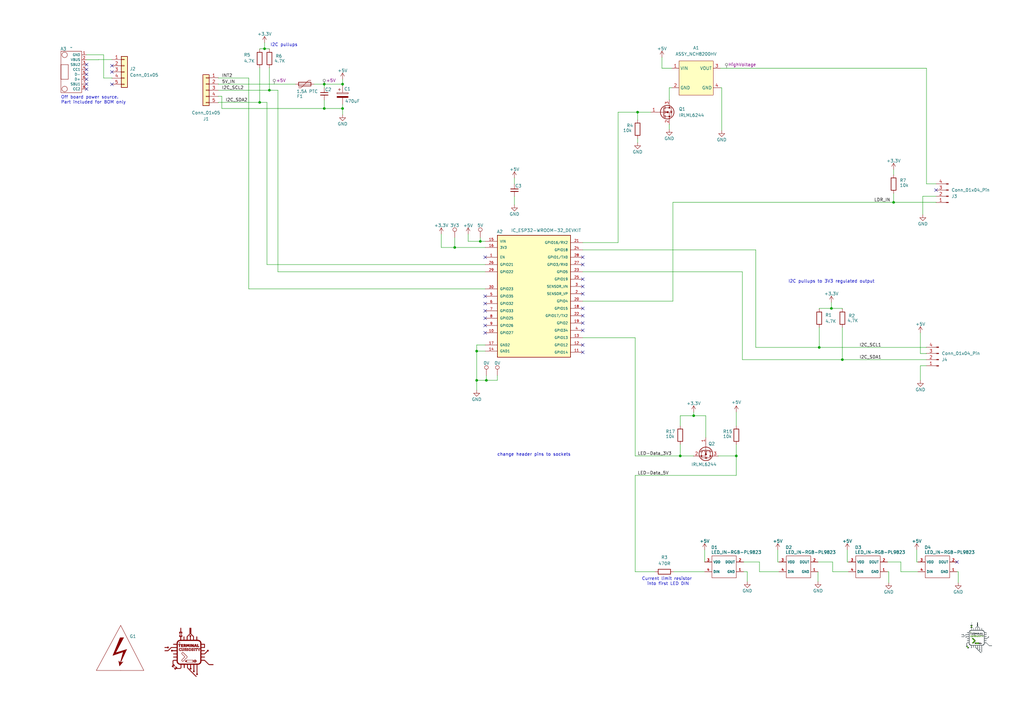
<source format=kicad_sch>
(kicad_sch (version 20250114) (generator "eeschema") (generator_version "9.0")
  (paper "A3")
  (title_block (title "Nixie Clock Control PCBA") (date "2025-07-16") (rev "01") (company "Terminal Curiosity"))
  (lib_symbols
    (symbol "Connector:Conn_01x04_Pin" (pin_names (offset 1.016) (hide yes))
      (property "Reference" "J" (at 0 5.08 0))
      (property "Value" "Conn_01x04_Pin" (at 0 -7.62 0))
      (symbol "Conn_01x04_Pin_1_1"
        (pin passive line (at 5.08 2.54 180) (length 3.81) (name "Pin_1") (number "1"))
        (pin passive line (at 5.08 0 180) (length 3.81) (name "Pin_2") (number "2"))
        (pin passive line (at 5.08 -2.54 180) (length 3.81) (name "Pin_3") (number "3"))
        (pin passive line (at 5.08 -5.08 180) (length 3.81) (name "Pin_4") (number "4"))
      )
    )
    (symbol "Connector:TestPoint" (pin_numbers (hide yes)) (pin_names (offset 0.762) (hide yes))
      (property "Reference" "TP" (at 0 6.858 0))
      (property "Value" "TestPoint" (at 0 5.08 0))
      (symbol "TestPoint_1_1"
        (pin passive line (at 0 0 90) (length 2.54) (name "1") (number "1"))
      )
    )
    (symbol "Connector_Generic:Conn_01x05" (pin_names (offset 1.016) (hide yes))
      (property "Reference" "J" (at 0 7.62 0))
      (property "Value" "Conn_01x05" (at 0 -7.62 0))
      (symbol "Conn_01x05_1_1"
        (pin passive line (at -5.08 5.08 0) (length 3.81) (name "Pin_1") (number "1"))
        (pin passive line (at -5.08 2.54 0) (length 3.81) (name "Pin_2") (number "2"))
        (pin passive line (at -5.08 0 0) (length 3.81) (name "Pin_3") (number "3"))
        (pin passive line (at -5.08 -2.54 0) (length 3.81) (name "Pin_4") (number "4"))
        (pin passive line (at -5.08 -5.08 0) (length 3.81) (name "Pin_5") (number "5"))
      )
    )
    (symbol "Device:C_Polarized" (pin_numbers (hide yes)) (pin_names (offset 0.254))
      (property "Reference" "C" (at 0.635 2.54 0))
      (property "Value" "C_Polarized" (at 0.635 -2.54 0))
      (symbol "C_Polarized_1_1"
        (pin passive line (at 0 3.81 270) (length 2.794) (name "~") (number "1"))
        (pin passive line (at 0 -3.81 90) (length 2.794) (name "~") (number "2"))
      )
    )
    (symbol "Device:C_Small" (pin_numbers (hide yes)) (pin_names (offset 0.254) (hide yes))
      (property "Reference" "C" (at 0.254 1.778 0))
      (property "Value" "C_Small" (at 0.254 -2.032 0))
      (symbol "C_Small_1_1"
        (pin passive line (at 0 2.54 270) (length 2.032) (name "~") (number "1"))
        (pin passive line (at 0 -2.54 90) (length 2.032) (name "~") (number "2"))
      )
    )
    (symbol "Device:Polyfuse" (pin_numbers (hide yes)) (pin_names (offset 0))
      (property "Reference" "F" (at -2.54 0 90))
      (property "Value" "Polyfuse" (at 2.54 0 90))
      (symbol "Polyfuse_1_1"
        (pin passive line (at 0 3.81 270) (length 1.27) (name "~") (number "1"))
        (pin passive line (at 0 -3.81 90) (length 1.27) (name "~") (number "2"))
      )
    )
    (symbol "Device:R" (pin_numbers (hide yes)) (pin_names (offset 0))
      (property "Reference" "R" (at 2.032 0 90))
      (property "Value" "R" (at 0 0 90))
      (symbol "R_1_1"
        (pin passive line (at 0 3.81 270) (length 1.27) (name "~") (number "1"))
        (pin passive line (at 0 -3.81 90) (length 1.27) (name "~") (number "2"))
      )
    )
    (symbol "TerminalCuriosityLogo:LOGO" (pin_names (offset 1.016)))
    (symbol "TerminalCuriositySymbols:ASSY_NCH8200HV"
      (property "Reference" "A?" (at 0 17.5 0))
      (property "Value" "ASSY_NCH8200HV" (at 0 15.5 0))
      (symbol "ASSY_NCH8200HV_1_1"
        (pin power_in line (at -3 11 0) (length 3) (name "VIN") (number "1"))
        (pin passive line (at -3 3 0) (length 3) (name "GND") (number "2"))
        (pin power_out line (at 17 11 180) (length 3) (name "VOUT") (number "3"))
        (pin passive line (at 17 3 180) (length 3) (name "GND") (number "4"))
      )
    )
    (symbol "TerminalCuriositySymbols:ASSY_USB-C-Breakout"
      (property "Reference" "A?" (at 1 18.5 0))
      (symbol "ASSY_USB-C-Breakout_1_1"
        (pin unspecified line (at -2 15.5 0) (length 2) (name "CC2") (number "8"))
        (pin unspecified line (at -2 13.5 0) (length 2) (name "SBU1") (number "7"))
        (pin unspecified line (at -2 11.5 0) (length 2) (name "D+") (number "6"))
        (pin unspecified line (at -2 9.5 0) (length 2) (name "D-") (number "5"))
        (pin unspecified line (at -2 7.5 0) (length 2) (name "CC1") (number "4"))
        (pin unspecified line (at -2 5.5 0) (length 2) (name "SBU2") (number "3"))
        (pin unspecified line (at -2 3.5 0) (length 2) (name "VBUS") (number "2"))
        (pin unspecified line (at -2 1.5 0) (length 2) (name "GND") (number "1"))
      )
    )
    (symbol "TerminalCuriositySymbols:IC_ESP32-WROOM-32_DEVKIT" (pin_names (offset 1.016))
      (property "Reference" "A2" (at 1 51.5 0))
      (property "Value" "IC_ESP32-WROOM-32_DEVKIT" (at 20 52 0))
      (symbol "IC_ESP32-WROOM-32_DEVKIT_0_0"
        (pin power_out line (at -5 45 0) (length 5) (name "3V3") (number "16"))
      )
      (symbol "IC_ESP32-WROOM-32_DEVKIT_1_0"
        (pin power_in line (at -5 47.5 0) (length 5) (name "VIN") (number "15"))
        (pin input line (at -5 41 0) (length 5) (name "EN") (number "1"))
        (pin bidirectional line (at -5 38 0) (length 5) (name "GPIO21") (number "26"))
        (pin bidirectional line (at -5 35 0) (length 5) (name "GPIO22") (number "29"))
        (pin bidirectional line (at -5 28 0) (length 5) (name "GPIO23") (number "30"))
        (pin bidirectional line (at -5 25 0) (length 5) (name "GPIO35") (number "5"))
        (pin bidirectional line (at -5 22 0) (length 5) (name "GPIO32") (number "6"))
        (pin bidirectional line (at -5 19 0) (length 5) (name "GPIO33") (number "7"))
        (pin bidirectional line (at -5 16 0) (length 5) (name "GPIO25") (number "8"))
        (pin bidirectional line (at -5 13 0) (length 5) (name "GPIO26") (number "9"))
        (pin bidirectional line (at -5 10 0) (length 5) (name "GPIO27") (number "10"))
        (pin passive line (at -5 5 0) (length 5) (name "GND2") (number "17"))
        (pin passive line (at -5 2.5 0) (length 5) (name "GND1") (number "14"))
        (pin bidirectional line (at 35 47 180) (length 5) (name "GPIO16/RX2") (number "21"))
        (pin bidirectional line (at 35 44 180) (length 5) (name "GPIO18") (number "24"))
        (pin bidirectional line (at 35 41 180) (length 5) (name "GPIO1/TX0") (number "28"))
        (pin bidirectional line (at 35 38 180) (length 5) (name "GPIO3/RX0") (number "27"))
        (pin bidirectional line (at 35 35 180) (length 5) (name "GPIO5") (number "23"))
        (pin bidirectional line (at 35 32 180) (length 5) (name "GPIO19") (number "25"))
        (pin input line (at 35 29 180) (length 5) (name "SENSOR_VN") (number "3"))
        (pin input line (at 35 26 180) (length 5) (name "SENSOR_VP") (number "2"))
        (pin bidirectional line (at 35 23 180) (length 5) (name "GPIO4") (number "20"))
        (pin bidirectional line (at 35 20 180) (length 5) (name "GPIO15") (number "18"))
        (pin bidirectional line (at 35 17 180) (length 5) (name "GPIO17/TX2") (number "22"))
        (pin bidirectional line (at 35 14 180) (length 5) (name "GPIO2") (number "19"))
        (pin bidirectional line (at 35 11 180) (length 5) (name "GPIO34") (number "4"))
        (pin bidirectional line (at 35 8 180) (length 5) (name "GPIO13") (number "13"))
        (pin bidirectional line (at 35 5 180) (length 5) (name "GPIO12") (number "12"))
        (pin bidirectional line (at 35 2 180) (length 5) (name "GPIO14") (number "11"))
      )
    )
    (symbol "TerminalCuriositySymbols:LABEL_HVWarning" (pin_names (offset 1.016)) (in_bom no))
    (symbol "TerminalCuriositySymbols:LED_IN-RGB-PL9823"
      (property "Reference" "D?" (at 1.27 13.97 0))
      (property "Value" "LED_IN-RGB-PL9823" (at 11.43 11.43 0))
      (symbol "LED_IN-RGB-PL9823_1_1"
        (pin power_in line (at -3 6.5 0) (length 3) (name "VDD") (number "3"))
        (pin input line (at -3 2.5 0) (length 3) (name "DIN") (number "4"))
        (pin output line (at 13 6.5 180) (length 3) (name "DOUT") (number "2"))
        (pin passive line (at 13 2.5 180) (length 3) (name "GND") (number "1"))
      )
    )
    (symbol "Transistor_FET:IRLML6244" (pin_names (hide yes))
      (property "Reference" "Q" (at 5.08 1.905 0))
      (property "Value" "IRLML6244" (at 5.08 0 0))
      (symbol "IRLML6244_1_1"
        (pin input line (at -5.08 0 0) (length 2.54) (name "G") (number "1"))
        (pin passive line (at 2.54 5.08 270) (length 2.54) (name "D") (number "3"))
        (pin passive line (at 2.54 -5.08 90) (length 2.54) (name "S") (number "2"))
      )
    )
    (symbol "power:+3.3V" (power) (pin_names (offset 0))
      (property "Value" "+3.3V" (at 0 3.556 0))
      (symbol "+3.3V_1_1"
        (pin power_in line (at 0 0 90) (length 0) (hide yes) (name "+3.3V") (number "1"))
      )
    )
    (symbol "power:+5V" (power) (pin_names (offset 0))
      (property "Value" "+5V" (at 0 3.556 0))
      (symbol "+5V_1_1"
        (pin power_in line (at 0 0 90) (length 0) (hide yes) (name "+5V") (number "1"))
      )
    )
    (symbol "power:GND" (power) (pin_names (offset 0))
      (property "Value" "GND" (at 0 -3.81 0))
      (symbol "GND_1_1"
        (pin power_in line (at 0 0 270) (length 0) (hide yes) (name "GND") (number "1"))
      )
    )
  )
  (text "I2C pullups" (at 116.5 18.5 0) (effects (font (size 1.27 1.27))))
  (text "Current limit resistor \ninto first LED DIN" (at 274 238.5 0) (effects (font (size 1.27 1.27))))
  (text "I2C pullups to 3V3 regulated output" (at 341 115.5 0) (effects (font (size 1.27 1.27))))
  (text "change header pins to sockets" (at 219 186.5 0) (effects (font (size 1.27 1.27))))
  (text "Off board power source.\nPart included for BOM only" (at 25 41 0) (effects (font (size 1.27 1.27)) (justify left)))
  (junction (at 195.5 156))
  (junction (at 341 126.5))
  (junction (at 279 187))
  (junction (at 284.5 170.5))
  (junction (at 140.5 44.5))
  (junction (at 261.5 46))
  (junction (at 336 142.5))
  (junction (at 197 99))
  (junction (at 133 44.5))
  (junction (at 110.5 37))
  (junction (at 186.5 101.5))
  (junction (at 106.5 42))
  (junction (at 140.5 34.5))
  (junction (at 108.5 20))
  (junction (at 302 187))
  (junction (at 195.5 144))
  (junction (at 366.5 83))
  (junction (at 199.5 156))
  (junction (at 345.5 147.5))
  (junction (at 133 34.5))
  (no_connect (at 239 114.5))
  (no_connect (at 45.92 34.58))
  (no_connect (at 199 130.5))
  (no_connect (at 45.92 29.5))
  (no_connect (at 35.5 34.5))
  (no_connect (at 199 133.5))
  (no_connect (at 239 105.5))
  (no_connect (at 199 127.5))
  (no_connect (at 45.92 26.96))
  (no_connect (at 239 144.5))
  (no_connect (at 239 129.5))
  (no_connect (at 199 121.5))
  (no_connect (at 239 108.5))
  (no_connect (at 35.5 36.5))
  (no_connect (at 199 136.5))
  (no_connect (at 392.5 230.5))
  (no_connect (at 35.5 28.5))
  (no_connect (at 35.5 32.5))
  (no_connect (at 35.5 26.5))
  (no_connect (at 239 126.5))
  (no_connect (at 239 135.5))
  (no_connect (at 239 132.5))
  (no_connect (at 199 105.5))
  (no_connect (at 199 124.5))
  (no_connect (at 239 141.5))
  (no_connect (at 239 117.5))
  (no_connect (at 383.92 77.96))
  (no_connect (at 35.5 30.5))
  (no_connect (at 239 120.5))
  (wire (pts (xy 366.5 69.5) (xy 366.5 71.69)))
  (wire (pts (xy 239 138.5) (xy 260.5 138.5)))
  (wire (pts (xy 289.5 170.5) (xy 289.5 179.42)))
  (wire (pts (xy 261.5 46) (xy 261.5 49.19)))
  (wire (pts (xy 89.58 34.5) (xy 121.19 34.5)))
  (wire (pts (xy 89.58 32) (xy 102 32)))
  (wire (pts (xy 302 182.31) (xy 302 187)))
  (wire (pts (xy 114 111.5) (xy 199 111.5)))
  (wire (pts (xy 271.5 23.5) (xy 271.5 28)))
  (wire (pts (xy 186.5 97.5) (xy 186.5 101.5)))
  (wire (pts (xy 284.5 170.5) (xy 279 170.5)))
  (wire (pts (xy 199 141.5) (xy 195.5 141.5)))
  (wire (pts (xy 289 225.5) (xy 289 230.5)))
  (wire (pts (xy 379.92 145) (xy 379.92 144.96)))
  (wire (pts (xy 377.5 145) (xy 379.92 145)))
  (wire (pts (xy 140.5 32.5) (xy 140.5 34.5)))
  (wire (pts (xy 276 123.5) (xy 276 83)))
  (wire (pts (xy 195.5 156) (xy 199.5 156)))
  (wire (pts (xy 199.5 156) (xy 204 156)))
  (wire (pts (xy 377.5 150.04) (xy 379.92 150.04)))
  (wire (pts (xy 279 170.5) (xy 279 174.69)))
  (wire (pts (xy 35.5 24.5) (xy 40.5 24.5)))
  (wire (pts (xy 91 39.5) (xy 91 44.5)))
  (wire (pts (xy 108.5 17.5) (xy 108.5 20)))
  (wire (pts (xy 109.5 108.5) (xy 199 108.5)))
  (wire (pts (xy 91 39.5) (xy 89.58 39.5)))
  (wire (pts (xy 296 36) (xy 295.5 36)))
  (wire (pts (xy 253.5 99.5) (xy 239 99.5)))
  (wire (pts (xy 110.5 27.81) (xy 110.5 37)))
  (wire (pts (xy 195.5 144) (xy 199 144)))
  (wire (pts (xy 284.5 170.5) (xy 289.5 170.5)))
  (wire (pts (xy 378.5 88) (xy 378.5 80.5)))
  (wire (pts (xy 271.5 28) (xy 275.5 28)))
  (wire (pts (xy 279 182.31) (xy 279 187)))
  (wire (pts (xy 45.92 32) (xy 45.92 32.04)))
  (wire (pts (xy 102 118.5) (xy 102 32)))
  (wire (pts (xy 197 99) (xy 199 99)))
  (wire (pts (xy 294.58 187) (xy 294.58 187.04)))
  (wire (pts (xy 306.5 234.5) (xy 306.5 238.5)))
  (wire (pts (xy 393 234.5) (xy 393 239)))
  (wire (pts (xy 204 156) (xy 204 154)))
  (wire (pts (xy 109.5 108.5) (xy 109.5 42)))
  (wire (pts (xy 35.5 22.5) (xy 42.5 22.5)))
  (wire (pts (xy 89.58 37) (xy 110.5 37)))
  (wire (pts (xy 310 142.5) (xy 336 142.5)))
  (wire (pts (xy 89.58 32) (xy 89.58 31.92)))
  (wire (pts (xy 89.58 42) (xy 89.58 42.08)))
  (wire (pts (xy 40.5 24.42) (xy 45.92 24.42)))
  (wire (pts (xy 279 187) (xy 284.42 187)))
  (wire (pts (xy 364.5 234.5) (xy 364.5 239)))
  (wire (pts (xy 140.5 34.5) (xy 140.5 35.19)))
  (wire (pts (xy 336 142.5) (xy 379.92 142.5)))
  (wire (pts (xy 341 126.5) (xy 336 126.5)))
  (wire (pts (xy 302 169) (xy 302 174.69)))
  (wire (pts (xy 133 34.5) (xy 140.5 34.5)))
  (wire (pts (xy 102 118.5) (xy 199 118.5)))
  (wire (pts (xy 345.5 126.5) (xy 345.5 126.69)))
  (wire (pts (xy 274.5 53) (xy 274.5 51.08)))
  (wire (pts (xy 253.5 46) (xy 261.5 46)))
  (wire (pts (xy 341 126.5) (xy 345.5 126.5)))
  (wire (pts (xy 393 234.5) (xy 392.5 234.5)))
  (wire (pts (xy 110.5 20) (xy 110.5 20.19)))
  (wire (pts (xy 378.5 80.5) (xy 383.92 80.5)))
  (wire (pts (xy 377.5 156) (xy 377.5 150.04)))
  (wire (pts (xy 383.92 83) (xy 383.92 83.04)))
  (wire (pts (xy 336 126.5) (xy 336 126.69)))
  (wire (pts (xy 260.5 138.5) (xy 260.5 187)))
  (wire (pts (xy 319 225.5) (xy 319 230.5)))
  (wire (pts (xy 366.5 79.31) (xy 366.5 83)))
  (wire (pts (xy 239 123.5) (xy 276 123.5)))
  (wire (pts (xy 186.5 101.5) (xy 199 101.5)))
  (wire (pts (xy 276.31 234.5) (xy 289 234.5)))
  (wire (pts (xy 295.5 28) (xy 380 28)))
  (wire (pts (xy 195.5 141.5) (xy 195.5 144)))
  (wire (pts (xy 106.5 27.81) (xy 106.5 42)))
  (wire (pts (xy 260.5 195) (xy 260.5 234.5)))
  (wire (pts (xy 376.5 234.5) (xy 369.5 234.5)))
  (wire (pts (xy 366.5 83) (xy 383.92 83)))
  (wire (pts (xy 42.5 32) (xy 45.92 32)))
  (wire (pts (xy 239 111.5) (xy 304.5 111.5)))
  (wire (pts (xy 302 195) (xy 302 187)))
  (wire (pts (xy 311.5 230.5) (xy 305 230.5)))
  (wire (pts (xy 106.5 42) (xy 109.5 42)))
  (wire (pts (xy 294.58 187) (xy 302 187)))
  (wire (pts (xy 274.5 51.08) (xy 274.54 51.08)))
  (wire (pts (xy 377.5 136.5) (xy 377.5 145)))
  (wire (pts (xy 347.5 225.5) (xy 347.5 230.5)))
  (wire (pts (xy 335.5 234.5) (xy 335.5 238.5)))
  (wire (pts (xy 181 101.5) (xy 186.5 101.5)))
  (wire (pts (xy 211 80.54) (xy 211 84)))
  (wire (pts (xy 108.5 20) (xy 110.5 20)))
  (wire (pts (xy 181 101.5) (xy 181 96)))
  (wire (pts (xy 89.58 39.5) (xy 89.58 39.54)))
  (wire (pts (xy 347.5 230.5) (xy 348 230.5)))
  (wire (pts (xy 310 102.5) (xy 310 142.5)))
  (wire (pts (xy 106.5 20) (xy 106.5 20.19)))
  (wire (pts (xy 369.5 234.5) (xy 369.5 230.5)))
  (wire (pts (xy 261.5 56.81) (xy 261.5 58.5)))
  (wire (pts (xy 128.81 34.5) (xy 133 34.5)))
  (wire (pts (xy 274.5 36) (xy 275.5 36)))
  (wire (pts (xy 376 225.5) (xy 376 230.5)))
  (wire (pts (xy 311.5 234.5) (xy 311.5 230.5)))
  (wire (pts (xy 341 124) (xy 341 126.5)))
  (wire (pts (xy 192 99) (xy 192 96)))
  (wire (pts (xy 304.5 147.5) (xy 345.5 147.5)))
  (wire (pts (xy 341.5 234.5) (xy 341.5 230.5)))
  (wire (pts (xy 89.58 34.5) (xy 89.58 34.46)))
  (wire (pts (xy 310 102.5) (xy 239 102.5)))
  (wire (pts (xy 133 34.5) (xy 133 35.96)))
  (wire (pts (xy 336 134.31) (xy 336 142.5)))
  (wire (pts (xy 304.5 111.5) (xy 304.5 147.5)))
  (wire (pts (xy 345.5 134.31) (xy 345.5 147.5)))
  (wire (pts (xy 369.5 230.5) (xy 364 230.5)))
  (wire (pts (xy 260.5 195) (xy 302 195)))
  (wire (pts (xy 140.5 44.5) (xy 133 44.5)))
  (wire (pts (xy 108.5 20) (xy 106.5 20)))
  (wire (pts (xy 89.58 42) (xy 106.5 42)))
  (wire (pts (xy 253.5 46) (xy 253.5 99.5)))
  (wire (pts (xy 376 230.5) (xy 376.5 230.5)))
  (wire (pts (xy 192 99) (xy 197 99)))
  (wire (pts (xy 284.42 187) (xy 284.42 187.04)))
  (wire (pts (xy 380 28) (xy 380 75.42)))
  (wire (pts (xy 260.5 187) (xy 279 187)))
  (wire (pts (xy 305 234.5) (xy 306.5 234.5)))
  (wire (pts (xy 364.5 234.5) (xy 364 234.5)))
  (wire (pts (xy 114 37) (xy 114 111.5)))
  (wire (pts (xy 296 36) (xy 296 53.5)))
  (wire (pts (xy 319 230.5) (xy 319.5 230.5)))
  (wire (pts (xy 274.5 40.92) (xy 274.54 40.92)))
  (wire (pts (xy 140.5 44.5) (xy 140.5 47)))
  (wire (pts (xy 274.5 36) (xy 274.5 40.92)))
  (wire (pts (xy 140.5 42.81) (xy 140.5 44.5)))
  (wire (pts (xy 42.5 22.5) (xy 42.5 32)))
  (wire (pts (xy 211 73) (xy 211 75.46)))
  (wire (pts (xy 379.92 142.5) (xy 379.92 142.42)))
  (wire (pts (xy 261.5 46) (xy 266.92 46)))
  (wire (pts (xy 195.5 156) (xy 195.5 160)))
  (wire (pts (xy 197 97.5) (xy 197 99)))
  (wire (pts (xy 345.5 147.5) (xy 379.92 147.5)))
  (wire (pts (xy 199.5 154) (xy 199.5 156)))
  (wire (pts (xy 341.5 230.5) (xy 335.5 230.5)))
  (wire (pts (xy 341.5 234.5) (xy 348 234.5)))
  (wire (pts (xy 133 41.04) (xy 133 44.5)))
  (wire (pts (xy 319.5 234.5) (xy 311.5 234.5)))
  (wire (pts (xy 276 83) (xy 366.5 83)))
  (wire (pts (xy 284.5 169) (xy 284.5 170.5)))
  (wire (pts (xy 114 37) (xy 110.5 37)))
  (wire (pts (xy 91 44.5) (xy 133 44.5)))
  (wire (pts (xy 40.5 24.5) (xy 40.5 24.42)))
  (wire (pts (xy 380 75.42) (xy 383.92 75.42)))
  (wire (pts (xy 260.5 234.5) (xy 268.69 234.5)))
  (wire (pts (xy 195.5 144) (xy 195.5 156)))
  (image (at 400.586 261.588) (scale 0.00926708))
  (label "LED-Data_5V" (at 261.5 195 0))
  (label "I2C_SDA1" (at 352.5 147.5 0))
  (label "INT2" (at 91 32 0))
  (label "I2C_SCL2" (at 91 37 0))
  (label "LDR_IN" (at 358.5 83 0))
  (label "5V_IN" (at 91 34.5 0))
  (label "LED-Data_3V3" (at 261.5 187 0))
  (label "I2C_SCL1" (at 352.5 142.5 0))
  (label "I2C_SDA2" (at 92.5 42 0))
  (netclass_flag "" (length 1.5) (shape round) (at 112.5 34.5 0) (property "Netclass" "+5V" (at 113.1985 33 0) (effects (justify left))))
  (netclass_flag "" (length 1.5) (shape round) (at 133 34.5 0) (property "Netclass" "+5V" (at 133.6985 33 0) (effects (justify left))))
  (netclass_flag "" (length 1.5) (shape round) (at 298 28 0) (property "Netclass" "HighVoltage" (at 298.6985 26.5 0) (effects (justify left))))
  (symbol (lib_id "Device:C_Small") (at 211 78 0) (unit 1)
    (property "Reference" "C3" (at 211.254 76.222 0) (effects (justify left)))
    (property "Value" "100nF" (effects (hide yes)))
    (property "Footprint" "Capacitor_SMD:C_0805_2012Metric_Pad1.18x1.45mm_HandSolder" (effects (hide yes)))
    (property "Supplier" "Digikey" (effects (hide yes)))
    (property "Manufacturer P/N" "CL21B104KCFNNNE" (effects (hide yes)))
    (property "Manufacturer" "Samsung" (effects (hide yes)))
  )
  (symbol (lib_id "Connector:Conn_01x04_Pin") (at 385 147.5 180) (unit 1)
    (property "Reference" "J4" (at 386.22 147.5001 0) (effects (justify right)))
    (property "Value" "Conn_01x04_Pin" (at 386.22 144.9601 0) (effects (justify right)))
    (property "Footprint" "Connector_PinSocket_2.54mm:PinSocket_1x04_P2.54mm_Vertical" (effects (hide yes)))
    (property "Description" "Generic connector, single row, 01x04, script generated" (effects (hide yes)))
  )
  (symbol (lib_id "Device:R") (at 366.5 75.5 0) (unit 1)
    (property "Reference" "R7" (at 369 74 0) (effects (justify left)))
    (property "Value" "10k" (at 369 76 0) (effects (justify left)))
    (property "Footprint" "Resistor_SMD:R_0805_2012Metric_Pad1.20x1.40mm_HandSolder" (effects (hide yes)))
    (property "Description" "Resistor" (effects (hide yes)))
    (property "Supplier" "Digikey" (effects (hide yes)))
    (property "Supplier P/N" "541-4131" (effects (hide yes)))
  )
  (symbol (lib_id "power:+3.3V") (at 341 124 0) (unit 1)
    (property "Reference" "#PWR011" (effects (hide yes)))
    (property "Value" "+3.3V" (at 341 120.444 0))
  )
  (symbol (lib_id "Connector:Conn_01x04_Pin") (at 389 80.5 180) (unit 1)
    (property "Reference" "J3" (at 390.22 80.5001 0) (effects (justify right)))
    (property "Value" "Conn_01x04_Pin" (at 390.22 77.9601 0) (effects (justify right)))
    (property "Footprint" "Connector_PinSocket_2.54mm:PinSocket_1x04_P2.54mm_Vertical" (effects (hide yes)))
    (property "Description" "Generic connector, single row, 01x04, script generated" (effects (hide yes)))
  )
  (symbol (lib_id "Connector:TestPoint") (at 197 97.5 0) (unit 1)
    (property "Reference" "TP1" (effects (hide yes)))
    (property "Value" "5V" (at 197 92.42 0))
    (property "Footprint" "TestPoint:TestPoint_Pad_2.0x2.0mm" (effects (hide yes)))
    (property "Manufacturer" "KOA Speer" (effects (hide yes)))
    (property "Manufacturer P/N" "RCUCTE" (effects (hide yes)))
    (property "Supplier" "Digikey" (effects (hide yes)))
  )
  (symbol (lib_id "TerminalCuriositySymbols:LED_IN-RGB-PL9823") (at 292 237 0) (unit 1)
    (property "Reference" "D1" (at 293 224.5 0))
    (property "Value" "LED_IN-RGB-PL9823" (at 302 226.5 0))
    (property "Footprint" "LED_THT:LED_D5.0mm-4_RGB" (effects (hide yes)))
    (property "Description" "RGB LED Serial" (effects (hide yes)))
    (property "Supplier" "Terminal Curiosity" (effects (hide yes)))
  )
  (symbol (lib_id "power:GND") (at 335.5 238.5 0) (unit 1)
    (property "Reference" "#PWR012" (effects (hide yes)))
    (property "Value" "GND" (at 335.5 242.31 0))
  )
  (symbol (lib_id "power:+5V") (at 211 73 0) (unit 1)
    (property "Reference" "#PWR0102" (effects (hide yes)))
    (property "Value" "+5V" (at 211 69.444 0))
  )
  (symbol (lib_id "Connector:TestPoint") (at 199.5 154 0) (unit 1)
    (property "Reference" "TP6" (effects (hide yes)))
    (property "Value" "0V" (at 199.5 148.92 0))
    (property "Footprint" "TestPoint:TestPoint_Pad_2.0x2.0mm" (effects (hide yes)))
    (property "Manufacturer" "KOA Speer" (effects (hide yes)))
    (property "Manufacturer P/N" "RCUCTE" (effects (hide yes)))
    (property "Supplier" "Digikey" (effects (hide yes)))
  )
  (symbol (lib_id "power:GND") (at 364.5 239 0) (unit 1)
    (property "Reference" "#PWR013" (effects (hide yes)))
    (property "Value" "GND" (at 364.5 242.81 0))
  )
  (symbol (lib_id "Device:C_Small") (at 133 38.5 0) (unit 1)
    (property "Reference" "C2" (at 133.254 36.722 0) (effects (justify left)))
    (property "Value" "100nF" (effects (hide yes)))
    (property "Footprint" "Capacitor_SMD:C_0805_2012Metric_Pad1.18x1.45mm_HandSolder" (effects (hide yes)))
    (property "Supplier" "Digikey" (effects (hide yes)))
    (property "Manufacturer P/N" "CL21B104KCFNNNE" (effects (hide yes)))
    (property "Manufacturer" "Samsung" (effects (hide yes)))
  )
  (symbol (lib_id "Device:R") (at 345.5 130.5 0) (unit 1)
    (property "Reference" "R2" (at 348 129.5 0) (effects (justify left)))
    (property "Value" "4.7K" (at 347.5 131.5 0) (effects (justify left)))
    (property "Footprint" "Resistor_SMD:R_0805_2012Metric_Pad1.20x1.40mm_HandSolder" (effects (hide yes)))
    (property "Description" "Resistor" (effects (hide yes)))
    (property "Supplier" "Digikey" (effects (hide yes)))
    (property "Supplier P/N" "541-4131" (effects (hide yes)))
  )
  (symbol (lib_id "power:+5V") (at 192 96 0) (unit 1)
    (property "Reference" "#PWR04" (effects (hide yes)))
    (property "Value" "+5V" (at 192 92.5 0))
  )
  (symbol (lib_id "power:GND") (at 140.5 47 0) (unit 1)
    (property "Reference" "#PWR02" (effects (hide yes)))
    (property "Value" "GND" (at 140.5 50.81 0))
  )
  (symbol (lib_id "power:GND") (at 274.5 53 0) (unit 1)
    (property "Reference" "#PWR019" (effects (hide yes)))
    (property "Value" "GND" (at 274.5 56.81 0))
  )
  (symbol (lib_id "Device:R") (at 302 178.5 0) (unit 1)
    (property "Reference" "R15" (at 296.5 177 0) (effects (justify left)))
    (property "Value" "10k" (at 296.5 179 0) (effects (justify left)))
    (property "Footprint" "Resistor_SMD:R_0805_2012Metric_Pad1.20x1.40mm_HandSolder" (effects (hide yes)))
    (property "Description" "Resistor" (effects (hide yes)))
    (property "Supplier" "Digikey" (effects (hide yes)))
    (property "Supplier P/N" "541-4131" (effects (hide yes)))
  )
  (symbol (lib_id "power:GND") (at 306.5 238.5 0) (unit 1)
    (property "Reference" "#PWR010" (effects (hide yes)))
    (property "Value" "GND" (at 306.5 242.31 0))
  )
  (symbol (lib_id "power:+3.3V") (at 284.5 169 0) (unit 1)
    (property "Reference" "#PWR022" (effects (hide yes)))
    (property "Value" "+3.3V" (at 284.5 165.444 0))
  )
  (symbol (lib_id "Device:C_Polarized") (at 140.5 39 0) (unit 1)
    (property "Reference" "C1" (at 141.135 36.46 0) (effects (justify left)))
    (property "Value" "470uF" (at 141.5 41.5 0) (effects (justify left)))
    (property "Footprint" "Capacitor_SMD:CP_Elec_8x10" (effects (hide yes)))
    (property "Manufacturer" "Nichicon" (effects (hide yes)))
    (property "Manufacturer P/N" "UWT1C471MNL1GS" (effects (hide yes)))
    (property "Supplier" "Digikey" (effects (hide yes)))
  )
  (symbol (lib_id "TerminalCuriositySymbols:ASSY_NCH8200HV") (at 278.5 39 0) (unit 1)
    (property "Reference" "A1" (at 285.5 19.63 0))
    (property "Value" "ASSY_NCH8200HV" (at 285.5 22.17 0))
    (property "Footprint" "TerminalCuriosityFootprints:NCH8200HV" (effects (hide yes)))
    (property "Description" "NCH8200HV HV power supply 2.5-15VDC to 170V" (effects (hide yes)))
  )
  (symbol (lib_id "TerminalCuriositySymbols:LED_IN-RGB-PL9823") (at 351 237 0) (unit 1)
    (property "Reference" "D3" (at 352 224.5 0))
    (property "Value" "LED_IN-RGB-PL9823" (at 361 226.5 0))
    (property "Footprint" "LED_THT:LED_D5.0mm-4_RGB" (effects (hide yes)))
    (property "Description" "RGB LED Serial" (effects (hide yes)))
  )
  (symbol (lib_id "TerminalCuriositySymbols:LABEL_HVWarning") (at 49.5 275 0) (unit 1) (in_bom no)
    (property "Reference" "G1" (at 54.5 261 0))
    (property "Value" "LABEL_HVWarning" (effects (hide yes)))
    (property "Footprint" "TerminalCuriosityFootprints:LABEL_HVWarning" (effects (hide yes)))
    (property "Description" "HV Warning Label" (effects (hide yes)))
  )
  (symbol (lib_id "Transistor_FET:IRLML6244") (at 289.5 184.5 270) (unit 1)
    (property "Reference" "Q2" (at 290.5 182 90) (effects (justify left)))
    (property "Value" "IRLML6244" (at 283.5 190.5 90) (effects (justify left)))
    (property "Footprint" "Package_TO_SOT_SMD:SOT-23" (effects (hide yes)))
    (property "Datasheet" "https://www.infineon.com/dgdl/Infineon-IRLML6244-DataSheet-v01_01-EN.pdf?fileId=5546d462533600a4015356686fed261f" (effects (hide yes)))
    (property "Description" "6.3A Id, 20V Vds, 21mOhm Rds, N-Channel StrongIRFET Power MOSFET, SOT-23" (effects (hide yes)))
    (property "Supplier" "Digikey" (effects (hide yes)))
    (property "Manufacturer P/N" "IRLML6344TRPBF" (effects (hide yes)))
    (property "Manufacturer" "Infineon" (effects (hide yes)))
  )
  (symbol (lib_id "Device:R") (at 106.5 24 0) (unit 1)
    (property "Reference" "R5" (at 100 22.5 0) (effects (justify left)))
    (property "Value" "4.7K" (at 100 25.04 0) (effects (justify left)))
    (property "Footprint" "Resistor_SMD:R_0805_2012Metric_Pad1.20x1.40mm_HandSolder" (effects (hide yes)))
    (property "Description" "Resistor" (effects (hide yes)))
    (property "Supplier" "Digikey" (effects (hide yes)))
    (property "Supplier P/N" "541-4131" (effects (hide yes)))
  )
  (symbol (lib_id "Connector_Generic:Conn_01x05") (at 51 29.5 0) (unit 1) (on_board no)
    (property "Reference" "J2" (at 53.23 28.2299 0) (effects (justify left)))
    (property "Value" "Conn_01x05" (at 53.23 30.7699 0) (effects (justify left)))
    (property "Footprint" "Connector_JST:JST_XH_B5B-XH-A_1x05_P2.50mm_Vertical" (effects (hide yes)))
    (property "Description" "Generic connector, single row, 01x05, script generated (kicad-library-utils/schlib/autogen/connector/)" (effects (hide yes)))
  )
  (symbol (lib_id "power:+5V") (at 347.5 225.5 0) (unit 1)
    (property "Reference" "#PWR016" (effects (hide yes)))
    (property "Value" "+5V" (at 347.5 221.944 0))
  )
  (symbol (lib_id "power:+5V") (at 302 169 0) (unit 1)
    (property "Reference" "#PWR021" (effects (hide yes)))
    (property "Value" "+5V" (at 302 165 0))
  )
  (symbol (lib_id "power:GND") (at 296 53.5 0) (unit 1)
    (property "Reference" "#PWR09" (effects (hide yes)))
    (property "Value" "GND" (at 296 57.31 0))
  )
  (symbol (lib_id "power:GND") (at 211 84 0) (unit 1)
    (property "Reference" "#PWR0101" (effects (hide yes)))
    (property "Value" "GND" (at 211 87.81 0))
  )
  (symbol (lib_id "TerminalCuriositySymbols:ASSY_USB-C-Breakout") (at 33.5 21 180) (unit 1) (on_board no)
    (property "Reference" "A3" (at 26 20 0))
    (property "Value" "~" (at 29.25 19.44 0))
  )
  (symbol (lib_id "Device:R") (at 279 178.5 0) (unit 1)
    (property "Reference" "R17" (at 273 177 0) (effects (justify left)))
    (property "Value" "10k" (at 273 179 0) (effects (justify left)))
    (property "Footprint" "Resistor_SMD:R_0805_2012Metric_Pad1.20x1.40mm_HandSolder" (effects (hide yes)))
    (property "Description" "Resistor" (effects (hide yes)))
    (property "Supplier" "Digikey" (effects (hide yes)))
    (property "Supplier P/N" "541-4131" (effects (hide yes)))
  )
  (symbol (lib_id "power:+5V") (at 319 225.5 0) (unit 1)
    (property "Reference" "#PWR015" (effects (hide yes)))
    (property "Value" "+5V" (at 319 221.944 0))
  )
  (symbol (lib_id "Device:Polyfuse") (at 125 34.5 90) (unit 1)
    (property "Reference" "F1" (at 123 39.5 90))
    (property "Value" "1.5A PTC" (at 126 37.5 90))
    (property "Footprint" "Resistor_SMD:R_1206_3216Metric_Pad1.30x1.75mm_HandSolder" (effects (hide yes)))
    (property "Description" "Resettable fuse, polymeric positive temperature coefficient" (effects (hide yes)))
    (property "Manufacturer" "Littelfuse" (effects (hide yes)))
    (property "Manufacturer P/N" "NANOSMDC150F-2" (effects (hide yes)))
    (property "Supplier" "Digikey" (effects (hide yes)))
  )
  (symbol (lib_id "TerminalCuriositySymbols:IC_ESP32-WROOM-32_DEVKIT") (at 204 146.5 0) (unit 1)
    (property "Reference" "A2" (at 205 95 0))
    (property "Value" "IC_ESP32-WROOM-32_DEVKIT" (at 224 94.5 0))
    (property "Footprint" "TerminalCuriosityFootprints:MODULE_ESP32-DEVKITC-32D" (effects (hide yes)))
    (property "Description" "ESP32-WROOM-32 DEVKIT 30pin version" (effects (hide yes)))
    (property "SNAPEDA_PN" "IC_ESP32-DEVKITC-32D" (effects (hide yes)))
    (property "Manufacturer" "Espressif Systems" (effects (hide yes)))
    (property "Supplier" "Terminal Curiosity" (effects (hide yes)))
    (property "Manufacturer P/N" "ESP32-WROOM-32_DEVKIT" (effects (hide yes)))
  )
  (symbol (lib_id "TerminalCuriosityLogo:LOGO") (at 77.5 267.5 0) (unit 1) (in_bom no)
    (property "Reference" "G2" (effects (hide yes)))
    (property "Value" "LOGO" (effects (hide yes)))
    (property "Footprint" "TerminalCuriosityFootprints:LABEL_TerminalCuriosity_25.0x25.0mm" (effects (hide yes)))
  )
  (symbol (lib_id "power:GND") (at 261.5 58.5 0) (unit 1)
    (property "Reference" "#PWR08" (effects (hide yes)))
    (property "Value" "GND" (at 261.5 62.31 0))
  )
  (symbol (lib_id "power:+3.3V") (at 181 96 0) (unit 1)
    (property "Reference" "#PWR03" (effects (hide yes)))
    (property "Value" "+3.3V" (at 181 92.444 0))
  )
  (symbol (lib_id "Device:R") (at 110.5 24 0) (unit 1)
    (property "Reference" "R6" (at 113 23 0) (effects (justify left)))
    (property "Value" "4.7K" (at 112.5 25 0) (effects (justify left)))
    (property "Footprint" "Resistor_SMD:R_0805_2012Metric_Pad1.20x1.40mm_HandSolder" (effects (hide yes)))
    (property "Description" "Resistor" (effects (hide yes)))
    (property "Supplier" "Digikey" (effects (hide yes)))
    (property "Supplier P/N" "541-4131" (effects (hide yes)))
  )
  (symbol (lib_id "power:+5V") (at 376 225.5 0) (unit 1)
    (property "Reference" "#PWR017" (effects (hide yes)))
    (property "Value" "+5V" (at 376 221.944 0))
  )
  (symbol (lib_id "Transistor_FET:IRLML6244") (at 272 46 0) (unit 1)
    (property "Reference" "Q1" (at 278.4 44.7299 0) (effects (justify left)))
    (property "Value" "IRLML6244" (at 278.4 47.2699 0) (effects (justify left)))
    (property "Footprint" "Package_TO_SOT_SMD:SOT-23" (effects (hide yes)))
    (property "Datasheet" "https://www.infineon.com/dgdl/Infineon-IRLML6244-DataSheet-v01_01-EN.pdf?fileId=5546d462533600a4015356686fed261f" (effects (hide yes)))
    (property "Description" "6.3A Id, 20V Vds, 21mOhm Rds, N-Channel StrongIRFET Power MOSFET, SOT-23" (effects (hide yes)))
    (property "Supplier" "Digikey" (effects (hide yes)))
    (property "Supplier P/N" "IRLML6344TRPBFCT-ND" (effects (hide yes)))
    (property "Manufacturer" "Infineon" (effects (hide yes)))
  )
  (symbol (lib_id "power:GND") (at 377.5 156 0) (unit 1)
    (property "Reference" "#PWR06" (effects (hide yes)))
    (property "Value" "GND" (at 377.5 159.81 0))
  )
  (symbol (lib_id "power:GND") (at 378.5 88 0) (mirror y) (unit 1)
    (property "Reference" "#PWR023" (effects (hide yes)))
    (property "Value" "GND" (at 378.5 91.81 0))
  )
  (symbol (lib_id "power:+3.3V") (at 108.5 17.5 0) (unit 1)
    (property "Reference" "#PWR020" (effects (hide yes)))
    (property "Value" "+3.3V" (at 108.5 13.944 0))
  )
  (symbol (lib_id "power:+5V") (at 377.5 136.5 0) (unit 1)
    (property "Reference" "#PWR025" (effects (hide yes)))
    (property "Value" "+5V" (at 377.5 132.944 0))
  )
  (symbol (lib_id "power:GND") (at 393 239 0) (unit 1)
    (property "Reference" "#PWR018" (effects (hide yes)))
    (property "Value" "GND" (at 393 242.81 0))
  )
  (symbol (lib_id "Device:R") (at 336 130.5 0) (unit 1)
    (property "Reference" "R1" (at 338.46 129.2299 0) (effects (justify left)))
    (property "Value" "4.7K" (at 338.46 131.7699 0) (effects (justify left)))
    (property "Footprint" "Resistor_SMD:R_0805_2012Metric_Pad1.20x1.40mm_HandSolder" (effects (hide yes)))
    (property "Description" "Resistor" (effects (hide yes)))
    (property "Supplier" "Digikey" (effects (hide yes)))
    (property "Supplier P/N" "541-4131" (effects (hide yes)))
  )
  (symbol (lib_id "Connector:TestPoint") (at 186.5 97.5 0) (unit 1)
    (property "Reference" "TP2" (effects (hide yes)))
    (property "Value" "3V3" (at 186.5 92.42 0))
    (property "Footprint" "TestPoint:TestPoint_Pad_2.0x2.0mm" (effects (hide yes)))
    (property "Manufacturer" "KOA Speer" (effects (hide yes)))
    (property "Manufacturer P/N" "RCUCTE" (effects (hide yes)))
    (property "Supplier" "Digikey" (effects (hide yes)))
  )
  (symbol (lib_id "power:GND") (at 195.5 160 0) (unit 1)
    (property "Reference" "#PWR07" (effects (hide yes)))
    (property "Value" "GND" (at 195.5 163.81 0))
  )
  (symbol (lib_id "TerminalCuriositySymbols:LED_IN-RGB-PL9823") (at 322.5 237 0) (unit 1)
    (property "Reference" "D2" (at 323.5 224.5 0))
    (property "Value" "LED_IN-RGB-PL9823" (at 332.5 226.5 0))
    (property "Footprint" "LED_THT:LED_D5.0mm-4_RGB" (effects (hide yes)))
    (property "Description" "RGB LED Serial" (effects (hide yes)))
  )
  (symbol (lib_id "Device:R") (at 261.5 53 0) (unit 1)
    (property "Reference" "R4" (at 257 51.5 0) (effects (justify left)))
    (property "Value" "10k" (at 255.5 53.5 0) (effects (justify left)))
    (property "Footprint" "Resistor_SMD:R_0805_2012Metric_Pad1.20x1.40mm_HandSolder" (effects (hide yes)))
    (property "Description" "Resistor" (effects (hide yes)))
    (property "Supplier" "Digikey" (effects (hide yes)))
    (property "Supplier P/N" "541-4131" (effects (hide yes)))
  )
  (symbol (lib_id "Connector:TestPoint") (at 204 154 0) (unit 1)
    (property "Reference" "TP5" (effects (hide yes)))
    (property "Value" "0V" (at 204 148.92 0))
    (property "Footprint" "TestPoint:TestPoint_Pad_2.0x2.0mm" (effects (hide yes)))
    (property "Manufacturer" "KOA Speer" (effects (hide yes)))
    (property "Manufacturer P/N" "RCUCTE" (effects (hide yes)))
    (property "Supplier" "Digikey" (effects (hide yes)))
  )
  (symbol (lib_id "Device:R") (at 272.5 234.5 90) (unit 1)
    (property "Reference" "R3" (at 272.5 228.61 90))
    (property "Value" "470R" (at 272.5 231.15 90))
    (property "Footprint" "Resistor_SMD:R_0805_2012Metric_Pad1.20x1.40mm_HandSolder" (effects (hide yes)))
    (property "Description" "Resistor" (effects (hide yes)))
    (property "Manufacturer" "Yageo" (effects (hide yes)))
    (property "Manufacturer P/N" "RC0805FR-07470RL" (effects (hide yes)))
    (property "Supplier" "Digikey" (effects (hide yes)))
  )
  (symbol (lib_id "power:+5V") (at 289 225.5 0) (unit 1)
    (property "Reference" "#PWR014" (effects (hide yes)))
    (property "Value" "+5V" (at 289 221.944 0))
  )
  (symbol (lib_id "TerminalCuriositySymbols:LED_IN-RGB-PL9823") (at 379.5 237 0) (unit 1)
    (property "Reference" "D4" (at 380.5 224.5 0))
    (property "Value" "LED_IN-RGB-PL9823" (at 389.5 226.5 0))
    (property "Footprint" "LED_THT:LED_D5.0mm-4_RGB" (effects (hide yes)))
    (property "Description" "RGB LED Serial" (effects (hide yes)))
  )
  (symbol (lib_id "power:+5V") (at 271.5 23.5 0) (unit 1)
    (property "Reference" "#PWR05" (effects (hide yes)))
    (property "Value" "+5V" (at 271.5 19.944 0))
  )
  (symbol (lib_id "power:+3.3V") (at 366.5 69.5 0) (unit 1)
    (property "Reference" "#PWR024" (effects (hide yes)))
    (property "Value" "+3.3V" (at 366.5 65.944 0))
  )
  (symbol (lib_id "power:+5V") (at 140.5 32.5 0) (unit 1)
    (property "Reference" "#PWR01" (effects (hide yes)))
    (property "Value" "+5V" (at 140.5 28.944 0))
  )
  (symbol (lib_id "Connector_Generic:Conn_01x05") (at 84.5 37 0) (mirror y) (unit 1)
    (property "Reference" "J1" (at 84.5 48.78 0))
    (property "Value" "Conn_01x05" (at 84.5 46.24 0))
    (property "Footprint" "Connector_JST:JST_XH_B5B-XH-A_1x05_P2.50mm_Vertical" (effects (hide yes)))
    (property "Description" "Generic connector, single row, 01x05, script generated (kicad-library-utils/schlib/autogen/connector/)" (effects (hide yes)))
  )
)
</source>
